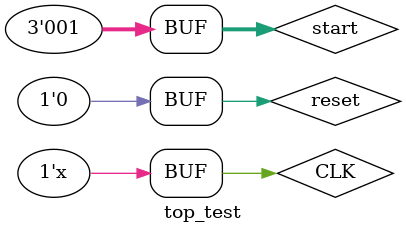
<source format=v>
`timescale 1ns / 1ps

  
module top_test;  
  
	 
	reg CLK;   
	reg [7:0]dina;
	 
	wire  [7:0] out8,out7,out6,out5,out4,out3,out2,out1,out9;
	wire [31:0]doutb1;
	wire write_clk,read_clk,ena,enb,wea1,reset;
	wire[7:0]data_in1;//,data_in2;
	wire[10:0]addra1;//,addra2;  
	wire[8:0]addrb1;//,addrb2;
	wire[2:0]sel;
	//wire [5:0]count;
   wire [2:0]start;
	wire [8:0] count;
wire reset_rd;
wire reset_wr;  
wire pause;
wire complete;
// Outputs


    
	// Instantiate the Unit Under Test (UUT)
	
	agm agm_inst(
.en_rd(enb), 
.en_wr(ena), 
.reset_rd(reset_rd), 
.reset_wr(reset_wr), 
.clk_rd(read_clk), 
.clk_wr(write_clk), 
.W_BRAM_ADDR(addra1), 
.R_BRAM_ADDR(addrb1),
.pause(pause),
.wea(wea1),
.sel(sel),
.start(start),
.count(count)
);
		Externel_memory uut (
		.clk(write_clk),
		.clk_r(read_clk),
		.start(start),
		.pause(pause),
		.ena(ena),
		.memory_out1(dina),
		.out9(out9)
		
	);  
		
	cmt_topmodule cmt_topmodule_inst (
		.CLK(CLK), 
		.RESET(reset),    
		.read_clk(read_clk), 
		.write_clk(write_clk)
	);
	
	

   CM cm_inst (
	   .clk_r(read_clk),
		.clk_w(write_clk),
		.count(count),
		.start(start),
		.ena(ena), 
		.enb(enb),
		.complete(complete), 
		.reset_rd(reset_rd),
      .reset_wr(reset_wr)
		
	);
	
	


	bram18 bram_inst1 (
		.clka(write_clk), 
		.ena(ena), 
		.wea(wea1), 
		.addra(addra1), 
		.dina(data_in1), 
		.clkb(read_clk), 
		.enb(enb), 
		.addrb(addrb1), 
		.doutb(doutb1)
	);
	
	
	sm_top_module sm_inst1 (
	   .clk(read_clk),     
		.module_in(doutb1),     
		.sel_mux(sel),    
		.out1(out8), 
		.out2(out4), 
		.out3(out7), 
		.out4(out3),
		.out5(out6),
		.out6(out2),
		.out7(out5),
		.out8(out1)
	);

	localparam period=50;
initial     
begin
CLK=0;   
//#10;
//#10;en_wr=1'b1;reset_wr=1'b1;en_rd=1'b1;reset_rd=1'b1;
//#10;en_wr=1'b1;reset_wr=1'b0;en_rd=1'b1;reset_rd=1'b0;
end
always
#period CLK=~CLK;

assign reset=0;
assign start=1; 
  
endmodule 



</source>
